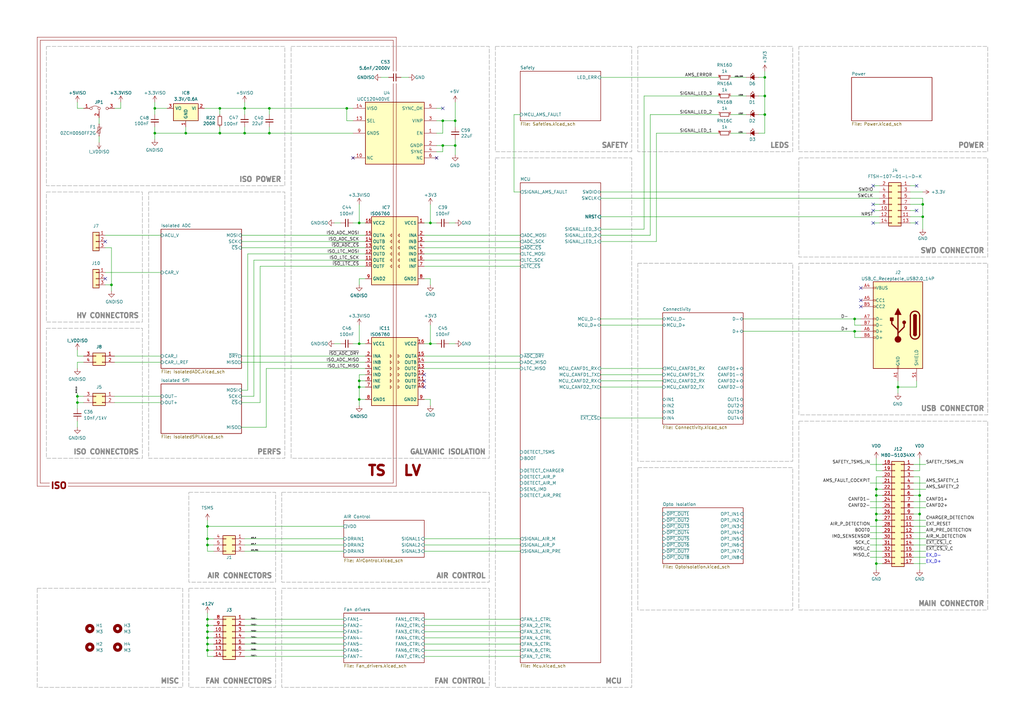
<source format=kicad_sch>
(kicad_sch (version 20231120) (generator "eeschema") (generator_version "8.0")
  (paper "A3")
  (title_block (title "PUTM_EV_BMS_HV_Master") (date "2021-01-26") (rev "1.0") (company "PUT Motorsport"))
  (junction (at 110.49 44.45))
  (junction (at 181.61 59.69))
  (junction (at 368.3 158.75))
  (junction (at 359.41 213.36))
  (junction (at 176.53 91.44))
  (junction (at 100.33 44.45))
  (junction (at 378.46 83.82))
  (junction (at 31.75 162.56))
  (junction (at 31.75 165.1))
  (junction (at 350.52 130.81))
  (junction (at 85.09 266.7))
  (junction (at 85.09 261.62))
  (junction (at 85.09 264.16))
  (junction (at 147.32 140.97))
  (junction (at 63.5 44.45))
  (junction (at 85.09 254))
  (junction (at 313.69 39.37))
  (junction (at 181.61 49.53))
  (junction (at 378.46 88.9))
  (junction (at 85.09 259.08))
  (junction (at 313.69 46.99))
  (junction (at 63.5 54.61))
  (junction (at 377.19 210.82))
  (junction (at 186.69 59.69))
  (junction (at 142.24 44.45))
  (junction (at 313.69 31.75))
  (junction (at 359.41 210.82))
  (junction (at 90.17 44.45))
  (junction (at 359.41 200.66))
  (junction (at 85.09 256.54))
  (junction (at 147.32 156.21))
  (junction (at 110.49 54.61))
  (junction (at 186.69 49.53))
  (junction (at 147.32 91.44))
  (junction (at 350.52 135.89))
  (junction (at 85.09 223.52))
  (junction (at 100.33 54.61))
  (junction (at 90.17 54.61))
  (junction (at 359.41 231.14))
  (junction (at 76.2 54.61))
  (junction (at 377.19 203.2))
  (junction (at 176.53 140.97))
  (junction (at 85.09 220.98))
  (junction (at 147.32 158.75))
  (junction (at 147.32 163.83))
  (junction (at 45.72 116.84))
  (junction (at 359.41 203.2))
  (junction (at 85.09 215.9))
  (no_connect (at 353.06 125.73))
  (no_connect (at 43.18 114.3))
  (no_connect (at 144.78 64.77))
  (no_connect (at 43.18 99.06))
  (no_connect (at 358.14 91.44))
  (no_connect (at 173.99 153.67))
  (no_connect (at 173.99 158.75))
  (no_connect (at 358.14 83.82))
  (no_connect (at 181.61 44.45))
  (no_connect (at 173.99 156.21))
  (no_connect (at 375.92 76.2))
  (no_connect (at 375.92 91.44))
  (no_connect (at 353.06 123.19))
  (no_connect (at 375.92 86.36))
  (no_connect (at 358.14 76.2))
  (no_connect (at 179.07 64.77))
  (no_connect (at 358.14 86.36))
  (no_connect (at 353.06 118.11))
  (wire (pts (xy 173.99 261.62) (xy 213.36 261.62)))
  (wire (pts (xy 99.06 99.06) (xy 149.86 99.06)))
  (wire (pts (xy 269.24 54.61) (xy 294.64 54.61)))
  (wire (pts (xy 374.65 226.06) (xy 379.73 226.06)))
  (wire (pts (xy 181.61 44.45) (xy 179.07 44.45)))
  (wire (pts (xy 176.53 114.3) (xy 176.53 116.84)))
  (wire (pts (xy 246.38 130.81) (xy 271.78 130.81)))
  (wire (pts (xy 85.09 269.24) (xy 87.63 269.24)))
  (wire (pts (xy 31.75 161.29) (xy 31.75 162.56)))
  (wire (pts (xy 147.32 163.83) (xy 147.32 166.37)))
  (wire (pts (xy 378.46 88.9) (xy 378.46 93.98)))
  (wire (pts (xy 246.38 81.28) (xy 360.68 81.28)))
  (wire (pts (xy 378.46 83.82) (xy 373.38 83.82)))
  (wire (pts (xy 85.09 259.08) (xy 87.63 259.08)))
  (wire (pts (xy 311.15 46.99) (xy 313.69 46.99)))
  (wire (pts (xy 374.65 203.2) (xy 377.19 203.2)))
  (wire (pts (xy 173.99 109.22) (xy 213.36 109.22)))
  (wire (pts (xy 374.65 198.12) (xy 379.73 198.12)))
  (wire (pts (xy 368.3 156.21) (xy 368.3 158.75)))
  (wire (pts (xy 34.29 44.45) (xy 31.75 44.45)))
  (wire (pts (xy 90.17 52.07) (xy 90.17 54.61)))
  (wire (pts (xy 147.32 83.82) (xy 147.32 91.44)))
  (wire (pts (xy 144.78 140.97) (xy 147.32 140.97)))
  (wire (pts (xy 85.09 223.52) (xy 85.09 226.06)))
  (wire (pts (xy 173.99 101.6) (xy 213.36 101.6)))
  (wire (pts (xy 356.87 228.6) (xy 361.95 228.6)))
  (wire (pts (xy 109.22 175.26) (xy 109.22 151.13)))
  (wire (pts (xy 246.38 93.98) (xy 264.16 93.98)))
  (wire (pts (xy 31.75 165.1) (xy 31.75 167.64)))
  (wire (pts (xy 179.07 54.61) (xy 181.61 54.61)))
  (wire (pts (xy 85.09 269.24) (xy 85.09 266.7)))
  (wire (pts (xy 266.7 46.99) (xy 294.64 46.99)))
  (wire (pts (xy 173.99 256.54) (xy 213.36 256.54)))
  (wire (pts (xy 359.41 195.58) (xy 359.41 200.66)))
  (polyline (pts (xy 15.24 199.39) (xy 15.24 15.24)) (stroke (width 0) (color 132 0 0 1)))
  (wire (pts (xy 173.99 259.08) (xy 213.36 259.08)))
  (polyline (pts (xy 27.94 199.39) (xy 162.56 199.39)) (stroke (width 0) (color 132 0 0 1)))
  (wire (pts (xy 173.99 96.52) (xy 213.36 96.52)))
  (wire (pts (xy 378.46 81.28) (xy 378.46 83.82)))
  (wire (pts (xy 31.75 172.72) (xy 31.75 175.26)))
  (wire (pts (xy 356.87 220.98) (xy 361.95 220.98)))
  (wire (pts (xy 246.38 31.75) (xy 294.64 31.75)))
  (wire (pts (xy 186.69 59.69) (xy 186.69 57.15)))
  (polyline (pts (xy 16.51 16.51) (xy 161.29 16.51)) (stroke (width 0) (color 132 0 0 1)))
  (wire (pts (xy 85.09 215.9) (xy 140.97 215.9)))
  (polyline (pts (xy 162.56 166.37) (xy 162.56 199.39)) (stroke (width 0) (color 132 0 0 1)))
  (wire (pts (xy 85.09 256.54) (xy 87.63 256.54)))
  (wire (pts (xy 246.38 133.35) (xy 271.78 133.35)))
  (wire (pts (xy 359.41 200.66) (xy 359.41 203.2)))
  (wire (pts (xy 110.49 44.45) (xy 110.49 46.99)))
  (wire (pts (xy 311.15 31.75) (xy 313.69 31.75)))
  (wire (pts (xy 353.06 130.81) (xy 350.52 130.81)))
  (wire (pts (xy 173.99 266.7) (xy 213.36 266.7)))
  (wire (pts (xy 246.38 151.13) (xy 271.78 151.13)))
  (wire (pts (xy 85.09 264.16) (xy 87.63 264.16)))
  (wire (pts (xy 359.41 231.14) (xy 359.41 233.68)))
  (wire (pts (xy 87.63 220.98) (xy 85.09 220.98)))
  (wire (pts (xy 99.06 96.52) (xy 149.86 96.52)))
  (wire (pts (xy 246.38 78.74) (xy 360.68 78.74)))
  (wire (pts (xy 359.41 210.82) (xy 361.95 210.82)))
  (wire (pts (xy 99.06 101.6) (xy 149.86 101.6)))
  (wire (pts (xy 246.38 171.45) (xy 271.78 171.45)))
  (wire (pts (xy 374.65 218.44) (xy 379.73 218.44)))
  (wire (pts (xy 173.99 99.06) (xy 213.36 99.06)))
  (wire (pts (xy 31.75 148.59) (xy 31.75 151.13)))
  (wire (pts (xy 311.15 39.37) (xy 313.69 39.37)))
  (wire (pts (xy 361.95 200.66) (xy 359.41 200.66)))
  (wire (pts (xy 353.06 138.43) (xy 350.52 138.43)))
  (wire (pts (xy 378.46 78.74) (xy 373.38 78.74)))
  (wire (pts (xy 106.68 165.1) (xy 99.06 165.1)))
  (wire (pts (xy 100.33 54.61) (xy 90.17 54.61)))
  (wire (pts (xy 264.16 39.37) (xy 294.64 39.37)))
  (wire (pts (xy 49.53 41.91) (xy 49.53 44.45)))
  (wire (pts (xy 85.09 215.9) (xy 85.09 220.98)))
  (wire (pts (xy 85.09 213.36) (xy 85.09 215.9)))
  (polyline (pts (xy 161.29 67.31) (xy 161.29 88.9)) (stroke (width 0) (color 132 0 0 1)))
  (wire (pts (xy 85.09 256.54) (xy 85.09 254)))
  (wire (pts (xy 147.32 156.21) (xy 147.32 158.75)))
  (wire (pts (xy 356.87 218.44) (xy 361.95 218.44)))
  (wire (pts (xy 100.33 44.45) (xy 100.33 46.99)))
  (wire (pts (xy 210.82 78.74) (xy 210.82 46.99)))
  (wire (pts (xy 173.99 104.14) (xy 213.36 104.14)))
  (polyline (pts (xy 162.56 67.31) (xy 162.56 88.9)) (stroke (width 0) (color 132 0 0 1)))
  (wire (pts (xy 147.32 153.67) (xy 147.32 156.21)))
  (wire (pts (xy 359.41 213.36) (xy 361.95 213.36)))
  (wire (pts (xy 100.33 223.52) (xy 140.97 223.52)))
  (wire (pts (xy 173.99 163.83) (xy 176.53 163.83)))
  (wire (pts (xy 350.52 133.35) (xy 350.52 130.81)))
  (wire (pts (xy 356.87 226.06) (xy 361.95 226.06)))
  (wire (pts (xy 104.14 162.56) (xy 99.06 162.56)))
  (wire (pts (xy 176.53 83.82) (xy 176.53 91.44)))
  (wire (pts (xy 140.97 266.7) (xy 100.33 266.7)))
  (wire (pts (xy 159.385 31.75) (xy 156.21 31.75)))
  (wire (pts (xy 375.92 158.75) (xy 368.3 158.75)))
  (wire (pts (xy 374.65 220.98) (xy 379.73 220.98)))
  (wire (pts (xy 377.19 210.82) (xy 374.65 210.82)))
  (wire (pts (xy 210.82 46.99) (xy 213.36 46.99)))
  (wire (pts (xy 375.92 91.44) (xy 373.38 91.44)))
  (wire (pts (xy 356.87 208.28) (xy 361.95 208.28)))
  (polyline (pts (xy 162.56 116.84) (xy 162.56 138.43)) (stroke (width 0) (color 132 0 0 1)))
  (polyline (pts (xy 161.29 166.37) (xy 161.29 198.12)) (stroke (width 0) (color 132 0 0 1)))
  (wire (pts (xy 173.99 220.98) (xy 213.36 220.98)))
  (wire (pts (xy 359.41 195.58) (xy 361.95 195.58)))
  (wire (pts (xy 374.65 190.5) (xy 379.73 190.5)))
  (wire (pts (xy 137.16 91.44) (xy 139.7 91.44)))
  (wire (pts (xy 179.07 91.44) (xy 176.53 91.44)))
  (wire (pts (xy 373.38 81.28) (xy 378.46 81.28)))
  (wire (pts (xy 186.69 140.97) (xy 184.15 140.97)))
  (wire (pts (xy 85.09 266.7) (xy 87.63 266.7)))
  (wire (pts (xy 87.63 223.52) (xy 85.09 223.52)))
  (wire (pts (xy 186.69 49.53) (xy 181.61 49.53)))
  (wire (pts (xy 100.33 226.06) (xy 140.97 226.06)))
  (wire (pts (xy 147.32 114.3) (xy 147.32 116.84)))
  (wire (pts (xy 101.6 104.14) (xy 101.6 160.02)))
  (wire (pts (xy 140.97 264.16) (xy 100.33 264.16)))
  (wire (pts (xy 43.18 111.76) (xy 66.04 111.76)))
  (wire (pts (xy 109.22 151.13) (xy 149.86 151.13)))
  (wire (pts (xy 374.65 205.74) (xy 379.73 205.74)))
  (wire (pts (xy 85.09 254) (xy 87.63 254)))
  (wire (pts (xy 299.72 31.75) (xy 306.07 31.75)))
  (wire (pts (xy 350.52 138.43) (xy 350.52 135.89)))
  (wire (pts (xy 173.99 151.13) (xy 213.36 151.13)))
  (wire (pts (xy 173.99 106.68) (xy 213.36 106.68)))
  (wire (pts (xy 149.86 153.67) (xy 147.32 153.67)))
  (wire (pts (xy 90.17 44.45) (xy 90.17 46.99)))
  (wire (pts (xy 186.69 41.91) (xy 186.69 49.53)))
  (wire (pts (xy 374.65 223.52) (xy 379.73 223.52)))
  (wire (pts (xy 45.72 101.6) (xy 43.18 101.6)))
  (wire (pts (xy 266.7 96.52) (xy 266.7 46.99)))
  (wire (pts (xy 181.61 62.23) (xy 181.61 59.69)))
  (wire (pts (xy 110.49 44.45) (xy 100.33 44.45)))
  (wire (pts (xy 378.46 83.82) (xy 378.46 88.9)))
  (wire (pts (xy 90.17 44.45) (xy 83.82 44.45)))
  (wire (pts (xy 63.5 46.99) (xy 63.5 44.45)))
  (wire (pts (xy 85.09 261.62) (xy 85.09 264.16)))
  (wire (pts (xy 142.24 44.45) (xy 144.78 44.45)))
  (wire (pts (xy 173.99 223.52) (xy 213.36 223.52)))
  (wire (pts (xy 360.68 91.44) (xy 358.14 91.44)))
  (wire (pts (xy 181.61 54.61) (xy 181.61 49.53)))
  (polyline (pts (xy 161.29 16.51) (xy 161.29 29.21)) (stroke (width 0) (color 132 0 0 1)))
  (wire (pts (xy 186.69 59.69) (xy 186.69 63.5)))
  (wire (pts (xy 85.09 220.98) (xy 85.09 223.52)))
  (wire (pts (xy 110.49 54.61) (xy 100.33 54.61)))
  (wire (pts (xy 140.97 269.24) (xy 100.33 269.24)))
  (wire (pts (xy 85.09 251.46) (xy 85.09 254)))
  (wire (pts (xy 246.38 153.67) (xy 271.78 153.67)))
  (wire (pts (xy 140.97 256.54) (xy 100.33 256.54)))
  (wire (pts (xy 147.32 133.35) (xy 147.32 140.97)))
  (wire (pts (xy 179.07 62.23) (xy 181.61 62.23)))
  (wire (pts (xy 377.19 195.58) (xy 377.19 203.2)))
  (wire (pts (xy 375.92 76.2) (xy 373.38 76.2)))
  (wire (pts (xy 213.36 226.06) (xy 173.99 226.06)))
  (wire (pts (xy 144.78 49.53) (xy 142.24 49.53)))
  (wire (pts (xy 40.64 55.88) (xy 40.64 58.42)))
  (wire (pts (xy 356.87 190.5) (xy 361.95 190.5)))
  (wire (pts (xy 359.41 210.82) (xy 359.41 213.36)))
  (wire (pts (xy 359.41 213.36) (xy 359.41 231.14)))
  (wire (pts (xy 246.38 99.06) (xy 269.24 99.06)))
  (wire (pts (xy 356.87 205.74) (xy 361.95 205.74)))
  (wire (pts (xy 46.99 44.45) (xy 49.53 44.45)))
  (wire (pts (xy 66.04 146.05) (xy 46.99 146.05)))
  (wire (pts (xy 313.69 46.99) (xy 313.69 54.61)))
  (wire (pts (xy 100.33 220.98) (xy 140.97 220.98)))
  (wire (pts (xy 140.97 259.08) (xy 100.33 259.08)))
  (wire (pts (xy 179.07 140.97) (xy 176.53 140.97)))
  (wire (pts (xy 110.49 44.45) (xy 142.24 44.45)))
  (wire (pts (xy 85.09 259.08) (xy 85.09 261.62)))
  (wire (pts (xy 173.99 148.59) (xy 213.36 148.59)))
  (wire (pts (xy 90.17 54.61) (xy 76.2 54.61)))
  (polyline (pts (xy 16.51 198.12) (xy 16.51 16.51)) (stroke (width 0) (color 132 0 0 1)))
  (wire (pts (xy 140.97 261.62) (xy 100.33 261.62)))
  (wire (pts (xy 173.99 264.16) (xy 213.36 264.16)))
  (wire (pts (xy 110.49 54.61) (xy 144.78 54.61)))
  (wire (pts (xy 45.72 101.6) (xy 45.72 116.84)))
  (wire (pts (xy 304.8 130.81) (xy 350.52 130.81)))
  (wire (pts (xy 176.53 133.35) (xy 176.53 140.97)))
  (wire (pts (xy 63.5 54.61) (xy 63.5 57.15)))
  (wire (pts (xy 375.92 156.21) (xy 375.92 158.75)))
  (wire (pts (xy 144.78 91.44) (xy 147.32 91.44)))
  (wire (pts (xy 173.99 254) (xy 213.36 254)))
  (wire (pts (xy 356.87 198.12) (xy 361.95 198.12)))
  (wire (pts (xy 311.15 54.61) (xy 313.69 54.61)))
  (wire (pts (xy 31.75 143.51) (xy 31.75 146.05)))
  (wire (pts (xy 147.32 158.75) (xy 147.32 163.83)))
  (polyline (pts (xy 16.51 198.12) (xy 20.32 198.12)) (stroke (width 0) (color 132 0 0 1)))
  (wire (pts (xy 353.06 135.89) (xy 350.52 135.89)))
  (wire (pts (xy 264.16 93.98) (xy 264.16 39.37)))
  (wire (pts (xy 173.99 269.24) (xy 213.36 269.24)))
  (wire (pts (xy 375.92 86.36) (xy 373.38 86.36)))
  (wire (pts (xy 359.41 193.04) (xy 361.95 193.04)))
  (wire (pts (xy 140.97 254) (xy 100.33 254)))
  (wire (pts (xy 304.8 135.89) (xy 350.52 135.89)))
  (wire (pts (xy 173.99 114.3) (xy 176.53 114.3)))
  (wire (pts (xy 176.53 163.83) (xy 176.53 166.37)))
  (wire (pts (xy 100.33 44.45) (xy 90.17 44.45)))
  (polyline (pts (xy 162.56 34.29) (xy 162.56 41.91)) (stroke (width 0) (color 132 0 0 1)))
  (wire (pts (xy 100.33 41.91) (xy 100.33 44.45)))
  (wire (pts (xy 374.65 208.28) (xy 379.73 208.28)))
  (wire (pts (xy 149.86 106.68) (xy 104.14 106.68)))
  (wire (pts (xy 85.09 226.06) (xy 87.63 226.06)))
  (wire (pts (xy 40.64 50.8) (xy 40.64 48.26)))
  (wire (pts (xy 313.69 39.37) (xy 313.69 46.99)))
  (wire (pts (xy 306.07 39.37) (xy 299.72 39.37)))
  (wire (pts (xy 147.32 156.21) (xy 149.86 156.21)))
  (wire (pts (xy 85.09 264.16) (xy 85.09 266.7)))
  (wire (pts (xy 99.06 175.26) (xy 109.22 175.26)))
  (wire (pts (xy 176.53 140.97) (xy 173.99 140.97)))
  (wire (pts (xy 85.09 259.08) (xy 85.09 256.54)))
  (wire (pts (xy 31.75 146.05) (xy 34.29 146.05)))
  (wire (pts (xy 43.18 96.52) (xy 66.04 96.52)))
  (wire (pts (xy 173.99 146.05) (xy 213.36 146.05)))
  (wire (pts (xy 99.06 148.59) (xy 149.86 148.59)))
  (wire (pts (xy 76.2 54.61) (xy 63.5 54.61)))
  (wire (pts (xy 149.86 114.3) (xy 147.32 114.3)))
  (wire (pts (xy 66.04 165.1) (xy 46.99 165.1)))
  (wire (pts (xy 104.14 106.68) (xy 104.14 162.56)))
  (polyline (pts (xy 162.56 15.24) (xy 162.56 29.21)) (stroke (width 0) (color 132 0 0 1)))
  (wire (pts (xy 374.65 213.36) (xy 379.73 213.36)))
  (polyline (pts (xy 161.29 116.84) (xy 161.29 138.43)) (stroke (width 0) (color 132 0 0 1)))
  (wire (pts (xy 149.86 163.83) (xy 147.32 163.83)))
  (wire (pts (xy 142.24 49.53) (xy 142.24 44.45)))
  (wire (pts (xy 31.75 44.45) (xy 31.75 41.91)))
  (wire (pts (xy 31.75 162.56) (xy 31.75 165.1)))
  (wire (pts (xy 377.19 187.96) (xy 377.19 193.04)))
  (wire (pts (xy 147.32 140.97) (xy 149.86 140.97)))
  (wire (pts (xy 99.06 160.02) (xy 101.6 160.02)))
  (polyline (pts (xy 15.24 199.39) (xy 20.32 199.39)) (stroke (width 0) (color 132 0 0 1)))
  (wire (pts (xy 373.38 88.9) (xy 378.46 88.9)))
  (wire (pts (xy 181.61 49.53) (xy 179.07 49.53)))
  (wire (pts (xy 377.19 203.2) (xy 377.19 210.82)))
  (wire (pts (xy 356.87 223.52) (xy 361.95 223.52)))
  (wire (pts (xy 377.19 233.68) (xy 377.19 210.82)))
  (wire (pts (xy 356.87 215.9) (xy 361.95 215.9)))
  (polyline (pts (xy 15.24 15.24) (xy 162.56 15.24)) (stroke (width 0) (color 132 0 0 1)))
  (wire (pts (xy 110.49 52.07) (xy 110.49 54.61)))
  (wire (pts (xy 167.64 31.75) (xy 164.465 31.75)))
  (wire (pts (xy 186.69 49.53) (xy 186.69 52.07)))
  (wire (pts (xy 31.75 162.56) (xy 34.29 162.56)))
  (wire (pts (xy 359.41 203.2) (xy 359.41 210.82)))
  (wire (pts (xy 181.61 59.69) (xy 179.07 59.69)))
  (wire (pts (xy 106.68 109.22) (xy 106.68 165.1)))
  (wire (pts (xy 374.65 200.66) (xy 379.73 200.66)))
  (wire (pts (xy 313.69 29.21) (xy 313.69 31.75)))
  (wire (pts (xy 374.65 195.58) (xy 377.19 195.58)))
  (wire (pts (xy 374.65 231.14) (xy 379.73 231.14)))
  (wire (pts (xy 176.53 91.44) (xy 173.99 91.44)))
  (wire (pts (xy 360.68 83.82) (xy 358.14 83.82)))
  (wire (pts (xy 85.09 261.62) (xy 87.63 261.62)))
  (wire (pts (xy 246.38 156.21) (xy 271.78 156.21)))
  (wire (pts (xy 68.58 44.45) (xy 63.5 44.45)))
  (wire (pts (xy 186.69 59.69) (xy 181.61 59.69)))
  (wire (pts (xy 306.07 54.61) (xy 299.72 54.61)))
  (wire (pts (xy 99.06 146.05) (xy 149.86 146.05)))
  (wire (pts (xy 353.06 133.35) (xy 350.52 133.35)))
  (wire (pts (xy 147.32 158.75) (xy 149.86 158.75)))
  (wire (pts (xy 306.07 46.99) (xy 299.72 46.99)))
  (wire (pts (xy 63.5 41.91) (xy 63.5 44.45)))
  (wire (pts (xy 43.18 116.84) (xy 45.72 116.84)))
  (wire (pts (xy 66.04 162.56) (xy 46.99 162.56)))
  (wire (pts (xy 359.41 187.96) (xy 359.41 193.04)))
  (polyline (pts (xy 27.94 198.12) (xy 161.29 198.12)) (stroke (width 0) (color 132 0 0 1)))
  (wire (pts (xy 374.65 215.9) (xy 379.73 215.9)))
  (wire (pts (xy 101.6 104.14) (xy 149.86 104.14)))
  (wire (pts (xy 246.38 96.52) (xy 266.7 96.52)))
  (wire (pts (xy 137.16 140.97) (xy 139.7 140.97)))
  (wire (pts (xy 186.69 91.44) (xy 184.15 91.44)))
  (wire (pts (xy 359.41 203.2) (xy 361.95 203.2)))
  (wire (pts (xy 359.41 231.14) (xy 361.95 231.14)))
  (wire (pts (xy 368.3 158.75) (xy 368.3 161.29)))
  (polyline (pts (xy 161.29 34.29) (xy 161.29 41.91)) (stroke (width 0) (color 132 0 0 1)))
  (wire (pts (xy 213.36 78.74) (xy 210.82 78.74)))
  (wire (pts (xy 246.38 88.9) (xy 360.68 88.9)))
  (wire (pts (xy 149.86 109.22) (xy 106.68 109.22)))
  (wire (pts (xy 360.68 86.36) (xy 358.14 86.36)))
  (wire (pts (xy 45.72 116.84) (xy 45.72 119.38)))
  (wire (pts (xy 269.24 99.06) (xy 269.24 54.61)))
  (wire (pts (xy 313.69 31.75) (xy 313.69 39.37)))
  (wire (pts (xy 246.38 158.75) (xy 271.78 158.75)))
  (wire (pts (xy 100.33 52.07) (xy 100.33 54.61)))
  (wire (pts (xy 377.19 193.04) (xy 374.65 193.04)))
  (wire (pts (xy 34.29 165.1) (xy 31.75 165.1)))
  (wire (pts (xy 34.29 148.59) (xy 31.75 148.59)))
  (wire (pts (xy 147.32 91.44) (xy 149.86 91.44)))
  (wire (pts (xy 66.04 148.59) (xy 46.99 148.59)))
  (wire (pts (xy 360.68 76.2) (xy 358.14 76.2)))
  (wire (pts (xy 76.2 52.07) (xy 76.2 54.61)))
  (wire (pts (xy 374.65 228.6) (xy 379.73 228.6)))
  (wire (pts (xy 63.5 52.07) (xy 63.5 54.61)))
  (rectangle (start 115.57 241.3) (end 200.66 281.94) (stroke (width 0) (type dash) (color 132 132 132 1)))
  (rectangle (start 19.05 78.74) (end 58.42 132.08) (stroke (width 0) (type dash) (color 132 132 132 1)))
  (rectangle (start 19.05 19.05) (end 116.84 76.2) (stroke (width 0) (type dash) (color 132 132 132 1)))
  (rectangle (start 261.62 19.05) (end 325.12 62.23) (stroke (width 0) (type dash) (color 132 132 132 1)))
  (rectangle (start 327.66 107.95) (end 405.13 170.18) (stroke (width 0) (type dash) (color 132 132 132 1)))
  (rectangle (start 115.57 201.93) (end 200.66 238.76) (stroke (width 0) (type dash) (color 132 132 132 1)))
  (rectangle (start 327.66 64.77) (end 405.13 105.41) (stroke (width 0) (type dash) (color 132 132 132 1)))
  (rectangle (start 77.47 241.3) (end 113.03 281.94) (stroke (width 0) (type dash) (color 132 132 132 1)))
  (rectangle (start 77.47 201.93) (end 113.03 238.76) (stroke (width 0) (type dash) (color 132 132 132 1)))
  (rectangle (start 60.96 78.74) (end 116.84 187.96) (stroke (width 0) (type dash) (color 132 132 132 1)))
  (rectangle (start 19.05 134.62) (end 58.42 187.96) (stroke (width 0) (type dash) (color 132 132 132 1)))
  (rectangle (start 15.24 241.3) (end 74.93 281.94) (stroke (width 0) (type dash) (color 132 132 132 1)))
  (rectangle (start 119.38 19.05) (end 200.66 187.96) (stroke (width 0) (type dash) (color 132 132 132 1)))
  (rectangle (start 203.2 19.05) (end 259.08 62.23) (stroke (width 0) (type dash) (color 132 132 132 1)))
  (rectangle (start 203.2 64.77) (end 259.08 281.94) (stroke (width 0) (type dash) (color 132 132 132 1)))
  (rectangle (start 261.62 107.95) (end 325.12 189.23) (stroke (width 0) (type dash) (color 132 132 132 1)))
  (rectangle (start 261.62 191.77) (end 325.12 250.19) (stroke (width 0) (type dash) (color 132 132 132 1)))
  (rectangle (start 327.66 172.72) (end 405.13 250.19) (stroke (width 0) (type dash) (color 132 132 132 1)))
  (rectangle (start 327.66 19.05) (end 405.13 62.23) (stroke (width 0) (type dash) (color 132 132 132 1)))
  (text "EX_D-" (at 379.73 228.6 0) (effects (font (size 1.27 1.27)) (justify left bottom)))
  (text "TS" (at 158.75 195.58 0) (effects (font (size 4.064 4.064) (thickness 1) (bold yes)) (justify right bottom)))
  (text "GALVANIC ISOLATION" (at 199.39 186.69 0) (effects (font (size 2.032 2.032) (thickness 1) (bold yes)) (justify right bottom)))
  (text "FAN CONNECTORS" (at 111.76 280.67 0) (effects (font (size 2.032 2.032) (thickness 1) (bold yes)) (justify right bottom)))
  (text "MAIN CONNECTOR" (at 403.86 248.92 0) (effects (font (size 2.032 2.032) (thickness 1) (bold yes)) (justify right bottom)))
  (text "SAFETY" (at 257.81 60.96 0) (effects (font (size 2.032 2.032) (thickness 1) (bold yes)) (justify right bottom)))
  (text "LV" (at 165.1 195.58 0) (effects (font (size 4.064 4.064) (thickness 1) (bold yes)) (justify left bottom)))
  (text "MCU" (at 255.27 280.67 0) (effects (font (size 2.032 2.032) (thickness 1) (bold yes)) (justify right bottom)))
  (text "AIR CONNECTORS" (at 111.76 237.49 0) (effects (font (size 2.032 2.032) (thickness 1) (bold yes)) (justify right bottom)))
  (text "FAN CONTROL" (at 199.39 280.67 0) (effects (font (size 2.032 2.032) (thickness 1) (bold yes)) (justify right bottom)))
  (text "LEDS" (at 323.85 60.96 0) (effects (font (size 2.032 2.032) (thickness 1) (bold yes)) (justify right bottom)))
  (text "HV CONNECTORS" (at 57.15 130.81 0) (effects (font (size 2.032 2.032) (thickness 1) (bold yes)) (justify right bottom)))
  (text "SWD CONNECTOR" (at 403.86 104.14 0) (effects (font (size 2.032 2.032) (thickness 1) (bold yes)) (justify right bottom)))
  (text "USB CONNECTOR" (at 403.86 168.91 0) (effects (font (size 2.032 2.032) (thickness 1) (bold yes)) (justify right bottom)))
  (text "MISC" (at 73.66 280.67 0) (effects (font (size 2.032 2.032) (thickness 1) (bold yes)) (justify right bottom)))
  (text "ISO" (at 24.13 199.39 0) (effects (font (size 2.54 2.54) (thickness 1) (bold yes))))
  (text "AIR CONTROL" (at 199.39 237.49 0) (effects (font (size 2.032 2.032) (thickness 1) (bold yes)) (justify right bottom)))
  (text "ISO CONNECTORS" (at 57.15 186.69 0) (effects (font (size 2.032 2.032) (thickness 1) (bold yes)) (justify right bottom)))
  (text "ISO POWER" (at 115.57 74.93 0) (effects (font (size 2.032 2.032) (thickness 1) (bold yes)) (justify right bottom)))
  (text "POWER" (at 403.86 60.96 0) (effects (font (size 2.032 2.032) (thickness 1) (bold yes)) (justify right bottom)))
  (text "PERFS" (at 115.57 186.69 0) (effects (font (size 2.032 2.032) (thickness 1) (bold yes)) (justify right bottom)))
  (text "EX_D+" (at 379.73 231.14 0) (effects (font (size 1.27 1.27)) (justify left bottom)))
  (label "EXT_RESET" (at 379.73 215.9 0))
  (label "SIGNAL_LED_3" (at 292.1 39.37 180))
  (label "ISO_LTC_SCK" (at 147.32 106.68 180))
  (label "BOOT0" (at 356.87 218.44 180))
  (label "AIR_PRE" (at 102.87 226.06 0) (effects (font (size 0.5 0.5))))
  (label "CANFD1-" (at 356.87 205.74 180))
  (label "ISO_ADC_MOSI" (at 147.32 96.52 180))
  (label "~{ISO_ADC_DRY}" (at 147.32 146.05 180))
  (label "ISO_LTC_MOSI" (at 147.32 104.14 180))
  (label "CHARGER_DETECTION" (at 379.73 213.36 0))
  (label "CANFD2+" (at 379.73 208.28 0))
  (label "AIR_M_DETECTION" (at 379.73 220.98 0))
  (label "LED2" (at 304.8 46.99 180) (effects (font (size 0.508 0.508))))
  (label "FAN3-" (at 102.8675 259.1593 0) (effects (font (size 0.5 0.5))))
  (label "SIGNAL_LED_1" (at 292.1 54.61 180))
  (label "FAN1-" (at 102.8675 254.0793 0) (effects (font (size 0.5 0.5))))
  (label "SHIELD" (at 31.75 161.29 90) (effects (font (size 0.508 0.508))))
  (label "LED1" (at 304.8 54.61 180) (effects (font (size 0.508 0.508))))
  (label "FAN6-" (at 102.8675 266.7793 0) (effects (font (size 0.5 0.5))))
  (label "FAN4-" (at 102.8675 261.6993 0) (effects (font (size 0.5 0.5))))
  (label "~{EXT_CS_I}_C" (at 379.73 223.52 0))
  (label "D-" (at 347.9467 130.81 180))
  (label "AMS_ERR" (at 304.8 31.75 180) (effects (font (size 0.508 0.508))))
  (label "AMS_FAULT_COCKPIT" (at 356.87 198.12 180))
  (label "SAFETY_TSMS_IN" (at 379.73 190.5 0))
  (label "SWCLK" (at 358.14 81.28 180))
  (label "~{ISO_LTC_CS}" (at 147.32 109.22 180))
  (label "AIR_P_DETECTION" (at 356.87 215.9 180))
  (label "ISO_LTC_MISO" (at 147.32 151.13 180))
  (label "AIR_P" (at 102.87 223.52 0) (effects (font (size 0.5 0.5))))
  (label "AMS_ERROR" (at 292.1 31.75 180))
  (label "AMS_SAFETY_1" (at 379.73 198.12 0))
  (label "AMS_SAFETY_2" (at 379.73 200.66 0))
  (label "SWDIO" (at 358.14 78.74 180))
  (label "LED3" (at 304.8 39.37 180) (effects (font (size 0.508 0.508))))
  (label "AIR_M" (at 102.87 220.98 0) (effects (font (size 0.5 0.5))))
  (label "SAFETY_TSMS_IN" (at 356.87 190.5 180))
  (label "CANFD2-" (at 356.87 208.28 180))
  (label "SCK_C" (at 356.87 223.52 180))
  (label "AIR_PRE_DETECTION" (at 379.73 218.44 0))
  (label "FAN5-" (at 102.8675 264.2393 0) (effects (font (size 0.5 0.5))))
  (label "~{ISO_ADC_CS}" (at 147.32 101.6 180))
  (label "MOSI_C" (at 356.87 226.06 180))
  (label "FAN2-" (at 102.8675 256.6193 0) (effects (font (size 0.5 0.5))))
  (label "D+" (at 347.98 135.89 180))
  (label "FAN7-" (at 102.8675 269.3193 0) (effects (font (size 0.5 0.5))))
  (label "ISO_ADC_SCK" (at 147.32 99.06 180))
  (label "~{EXT_CS_V}_C" (at 379.73 226.06 0))
  (label "IMD_SENSENSOR" (at 356.87 220.98 180))
  (label "SIGNAL_LED_2" (at 292.1 46.99 180))
  (label "MISO_C" (at 356.87 228.6 180))
  (label "ISO_ADC_MISO" (at 147.32 148.59 180))
  (label "NRST" (at 358.14 88.9 180))
  (label "CANFD1+" (at 379.73 205.74 0))
  (symbol (lib_id "Samacsys_kicad_sym:M80-51004XX") (at 40.64 147.32 0) (mirror y) (unit 1)
    (property "Reference" "J8" (at 40.64 142.24 0))
    (property "Value" "M80-51004XX" (effects (hide yes)))
    (property "Footprint" "Samacsys:M80-51004YY" (effects (hide yes)))
    (property "Datasheet" "https://cdn.harwin.com/pdfs/M80-510.pdf" (effects (hide yes)))
    (property "Description" "4 Male DIL Vertical Throughboard Conn. Jackscrews, 2.00mm Pitch High-Reliability Connector - Datamate J-Tek" (effects (hide yes)))
    (property "Mouser Part Number" "855-M80-5100442" (effects (hide yes)))
    (property "Mouser Price/Stock" "https://www.mouser.co.uk/ProductDetail/Harwin/M80-5100442?qs=wuXwK9wHm9vlrUDxU70C1Q%3D%3D" (effects (hide yes)))
    (property "Manufacturer_Name" "Harwin" (effects (hide yes)))
    (property "Manufacturer_Part_Number" "M80-5100442" (effects (hide yes)))
  )
  (symbol (lib_id "Samacsys_kicad_sym:M80-51004XX") (at 40.64 163.83 0) (mirror y) (unit 1)
    (property "Reference" "J5" (at 40.64 158.75 0))
    (property "Value" "M80-51004XX" (effects (hide yes)))
    (property "Footprint" "Samacsys:M80-51004YY" (effects (hide yes)))
    (property "Datasheet" "https://cdn.harwin.com/pdfs/M80-510.pdf" (effects (hide yes)))
    (property "Description" "4 Male DIL Vertical Throughboard Conn. Jackscrews, 2.00mm Pitch High-Reliability Connector - Datamate J-Tek" (effects (hide yes)))
    (property "Mouser Part Number" "855-M80-5100442" (effects (hide yes)))
    (property "Mouser Price/Stock" "https://www.mouser.co.uk/ProductDetail/Harwin/M80-5100442?qs=wuXwK9wHm9vlrUDxU70C1Q%3D%3D" (effects (hide yes)))
    (property "Manufacturer_Name" "Harwin" (effects (hide yes)))
    (property "Manufacturer_Part_Number" "M80-5100442" (effects (hide yes)))
  )
  (symbol (lib_id "Device:R_Small") (at 90.17 49.53 0) (mirror x) (unit 1)
    (property "Reference" "R22" (at 88.392 48.3616 0) (effects (justify right)))
    (property "Value" "200R" (at 88.392 50.673 0) (effects (justify right)))
    (property "Footprint" "Resistor_SMD:R_0603_1608Metric" (effects (hide yes)))
    (property "Manufacturer_Name" "--" (effects (hide yes)))
    (property "Manufacturer_Part_Number" "--" (effects (hide yes)))
  )
  (symbol (lib_id "power:VDD") (at 359.41 187.96 0) (unit 1)
    (property "Reference" "#PWR018" (effects (hide yes)))
    (property "Value" "VDD" (at 359.41 182.88 0))
  )
  (symbol (lib_name "GND_28") (lib_id "power:GND") (at 186.69 140.97 90) (mirror x) (unit 1)
    (property "Reference" "#PWR0136" (effects (hide yes)))
    (property "Value" "GND" (at 189.23 140.97 90) (effects (justify right)))
  )
  (symbol (lib_id "AP7365-33YRG-13:AP7365-33YRG-13") (at 76.2 45.72 0) (mirror y) (unit 1)
    (property "Reference" "IC8" (at 76.2 38.1 0))
    (property "Value" "3.3V/0.6A" (at 76.2 40.64 0))
    (property "Footprint" "Package_TO_SOT_SMD:SOT-89-3" (effects (hide yes)))
    (property "Datasheet" "https://componentsearchengine.com//AP7365-33YRG-13.pdf" (effects (hide yes)))
    (property "Description" "LDO Voltage Regulators LDO 3.3V OUT 600mA 35uA 2 to 6 Vin" (effects (hide yes)))
    (property "Height" "1.6" (effects (hide yes)))
    (property "Mouser Part Number" "621-AP7365-33YRG-13" (effects (hide yes)))
    (property "Mouser Price/Stock" "https://www.mouser.co.uk/ProductDetail/Diodes-Incorporated/AP7365-33YRG-13?qs=abZ1nkZpTuM6iU77d8ddPA%3D%3D" (effects (hide yes)))
    (property "Manufacturer_Name" "Diodes Inc." (effects (hide yes)))
    (property "Manufacturer_Part_Number" "AP7365-33YRG-13" (effects (hide yes)))
  )
  (symbol (lib_name "+3.3V_11") (lib_id "power:+3.3V") (at 63.5 41.91 0) (mirror y) (unit 1)
    (property "Reference" "#PWR0121" (effects (hide yes)))
    (property "Value" "+3.3VISO" (at 63.5 38.1 0))
  )
  (symbol (lib_name "GND_31") (lib_id "power:GND") (at 31.75 175.26 0) (mirror y) (unit 1)
    (property "Reference" "#PWR0127" (effects (hide yes)))
    (property "Value" "GNDISO" (at 31.623 179.6542 0))
  )
  (symbol (lib_id "Device:C_Small") (at 186.69 54.61 0) (unit 1)
    (property "Reference" "C59" (at 189.0268 53.4416 0) (effects (justify left)))
    (property "Value" "22uF" (at 189.0268 55.753 0) (effects (justify left)))
    (property "Footprint" "Capacitor_SMD:C_0805_2012Metric" (effects (hide yes)))
    (property "Manufacturer_Name" "--" (effects (hide yes)))
    (property "Manufacturer_Part_Number" "--" (effects (hide yes)))
  )
  (symbol (lib_name "+3.3V_2") (lib_id "power:+3.3V") (at 147.32 133.35 0) (unit 1)
    (property "Reference" "#PWR0133" (effects (hide yes)))
    (property "Value" "+3.3VISO" (at 147.32 129.54 0))
  )
  (symbol (lib_name "GND_23") (lib_id "power:GND") (at 186.69 63.5 0) (mirror y) (unit 1)
    (property "Reference" "#PWR072" (effects (hide yes)))
    (property "Value" "GND" (at 186.563 67.8942 0))
  )
  (symbol (lib_id "power:+5V") (at 186.69 41.91 0) (mirror y) (unit 1)
    (property "Reference" "#PWR057" (effects (hide yes)))
    (property "Value" "+5V" (at 186.309 37.5158 0))
  )
  (symbol (lib_name "GND_31") (lib_id "power:GND") (at 31.75 151.13 0) (mirror y) (unit 1)
    (property "Reference" "#PWR089" (effects (hide yes)))
    (property "Value" "GNDISO" (at 31.623 155.5242 0))
  )
  (symbol (lib_name "GND_22") (lib_id "power:GND") (at 63.5 57.15 0) (mirror y) (unit 1)
    (property "Reference" "#PWR0122" (effects (hide yes)))
    (property "Value" "GNDISO" (at 63.373 61.5442 0))
  )
  (symbol (lib_id "c2824c562jggacauto:C2824C562JGGACAUTO") (at 31.75 170.18 270) (mirror x) (unit 1)
    (property "Reference" "C36" (at 34.29 168.91 90) (effects (justify left)))
    (property "Value" "10nF/1kV" (at 34.29 171.45 90) (effects (justify left)))
    (property "Footprint" "Capacitor_SMD:C_1206_3216Metric" (effects (hide yes)))
    (property "Datasheet" "https://content.kemet.com/datasheets/KEM_C1080_C0G_HV_AUTO_SMD.pdf" (effects (hide yes)))
    (property "Description" "SMD Auto C0G HV, Ceramic, 5600 pF, 5%, 2000 VDC, 2400 VDC, 125C, -55C, C0G, SMD, MLCC, Ultra-Stable, Low Loss, High Voltage, Automotive Grade, 0.1 % , 100 GOhms, 540 mg, 2824, 7.1mm, 6.1mm, 2.5mm, 1.27mm, 300, 78  Weeks, 120" (effects (hide yes)))
    (property "Mouser Part Number" "80-C2824C562JGGAUTO" (effects (hide yes)))
    (property "Mouser Price/Stock" "https://www.mouser.co.uk/ProductDetail/KEMET/C2824C562JGGACAUTO?qs=5aG0NVq1C4xKMWO6DzsxHA%3D%3D" (effects (hide yes)))
    (property "Manufacturer_Part_Number" "C2824C562JGGACAUTO" (effects (hide yes)))
  )
  (symbol (lib_name "GND_28") (lib_id "power:GND") (at 186.69 91.44 90) (mirror x) (unit 1)
    (property "Reference" "#PWR0137" (effects (hide yes)))
    (property "Value" "GND" (at 189.23 91.44 90) (effects (justify right)))
  )
  (symbol (lib_id "power:GND") (at 167.64 31.75 90) (mirror x) (unit 1)
    (property "Reference" "#PWR0101" (effects (hide yes)))
    (property "Value" "GND" (at 170.18 31.75 90) (effects (justify right)))
  )
  (symbol (lib_id "Samacsys_kicad_sym:M80-51014XX") (at 93.98 261.62 0) (mirror y) (unit 1)
    (property "Reference" "J3" (at 93.98 250.19 0))
    (property "Value" "M80-51014XX" (effects (hide yes)))
    (property "Footprint" "Samacsys:M80-51014YY" (effects (hide yes)))
    (property "Datasheet" "https://cdn.harwin.com/pdfs/M80-510.pdf" (effects (hide yes)))
    (property "Description" "Datamate J-Tek DIL Male Vertical 3mm Throughboard Connector, selective gold + tin/lead, with jackscrews + board mount, 7+7 contacts" (effects (hide yes)))
    (property "Mouser Part Number" "855-M80-5101422" (effects (hide yes)))
    (property "Mouser Price/Stock" "https://www.mouser.co.uk/ProductDetail/Harwin/M80-5101422?qs=fW6Py%2FssUEkbBr1pTdzojA%3D%3D" (effects (hide yes)))
    (property "Manufacturer_Name" "Harwin" (effects (hide yes)))
    (property "Manufacturer_Part_Number" "M80-5101422" (effects (hide yes)))
  )
  (symbol (lib_name "+3.3V_2") (lib_id "power:+3.3V") (at 40.64 58.42 0) (mirror x) (unit 1)
    (property "Reference" "#PWR0141" (effects (hide yes)))
    (property "Value" "I_VDDISO" (at 40.64 62.23 0))
  )
  (symbol (lib_name "R_Pack04_Split_1") (lib_id "Device:R_Pack04_Split") (at 297.18 31.75 90) (unit 4)
    (property "Reference" "RN16" (at 297.18 26.67 90))
    (property "Value" "1k" (at 297.18 29.21 90))
    (property "Footprint" "Resistor_SMD:R_Array_Convex_4x0603" (effects (hide yes)))
    (property "Description" "4 resistor network, parallel topology, split" (effects (hide yes)))
  )
  (symbol (lib_id "power:+12V") (at 85.09 251.46 0) (mirror y) (unit 1)
    (property "Reference" "#PWR034" (effects (hide yes)))
    (property "Value" "+12V" (at 85.09 247.65 0))
  )
  (symbol (lib_id "Device:C_Small") (at 100.33 49.53 0) (mirror x) (unit 1)
    (property "Reference" "C47" (at 97.79 48.26 0) (effects (justify right)))
    (property "Value" "100nF" (at 97.79 50.8 0) (effects (justify right)))
    (property "Footprint" "Capacitor_SMD:C_0603_1608Metric" (effects (hide yes)))
    (property "Manufacturer_Name" "--" (effects (hide yes)))
    (property "Manufacturer_Part_Number" "--" (effects (hide yes)))
  )
  (symbol (lib_id "Connector:USB_C_Receptacle_USB2.0_14P") (at 368.3 133.35 0) (mirror y) (unit 1)
    (property "Reference" "J2" (at 368.3 111.76 0))
    (property "Value" "USB_C_Receptacle_USB2.0_14P" (at 368.3 114.3 0))
    (property "Footprint" "Connector_USB:USB_C_Receptacle_JAE_DX07S024WJ3R400" (effects (hide yes)))
    (property "Datasheet" "https://www.usb.org/sites/default/files/documents/usb_type-c.zip" (effects (hide yes)))
    (property "Description" "USB 2.0-only 14P Type-C Receptacle connector" (effects (hide yes)))
  )
  (symbol (lib_id "Mechanical:MountingHole") (at 36.83 265.43 180) (unit 1)
    (property "Reference" "H2" (at 39.37 264.16 0) (effects (justify right)))
    (property "Value" "M3" (at 39.37 266.7 0) (effects (justify right)))
    (property "Footprint" "MountingHole:MountingHole_3.2mm_M3" (effects (hide yes)))
    (property "Manufacturer_Name" "--" (effects (hide yes)))
    (property "Manufacturer_Part_Number" "--" (effects (hide yes)))
  )
  (symbol (lib_name "R_Pack04_Split_6") (lib_id "Device:R_Pack04_Split") (at 297.18 54.61 90) (unit 3)
    (property "Reference" "RN16" (at 297.18 49.53 90))
    (property "Value" "1k" (at 297.18 52.07 90))
    (property "Footprint" "Resistor_SMD:R_Array_Convex_4x0603" (effects (hide yes)))
    (property "Description" "4 resistor network, parallel topology, split" (effects (hide yes)))
  )
  (symbol (lib_id "Device:Polyfuse_Small") (at 40.64 53.34 0) (mirror y) (unit 1)
    (property "Reference" "F1" (at 39.37 52.07 0) (effects (justify left)))
    (property "Value" "0ZCH0050FF2G" (at 39.37 54.61 0) (effects (justify left)))
    (property "Footprint" "Fuse:Fuse_1210_3225Metric" (effects (hide yes)))
    (property "Description" "Resettable fuse, polymeric positive temperature coefficient, small symbol" (effects (hide yes)))
    (property "Manufacturer_Part_Number" "0ZCH0050FF2G" (effects (hide yes)))
    (property "Mouser Part Number" "530-0ZCH0050FF2G" (effects (hide yes)))
    (property "Mouser Price/Stock" "https://www.mouser.pl/ProductDetail/Bel-Fuse/0ZCH0050FF2G?qs=SRYZG9HaIQ2VrAxOxbTdxQ%3D%3D" (effects (hide yes)))
  )
  (symbol (lib_name "GND_28") (lib_id "power:GND") (at 378.46 93.98 0) (mirror y) (unit 1)
    (property "Reference" "#PWR031" (effects (hide yes)))
    (property "Value" "GND" (at 378.46 97.79 0))
  )
  (symbol (lib_id "Samacsys_kicad_sym:M300-MV10345M1") (at 39.37 99.06 0) (mirror y) (unit 1)
    (property "Reference" "J7" (at 39.37 92.71 0))
    (property "Value" "M300-MV10345M1" (effects (hide yes)))
    (property "Footprint" "Samacsys:M300MV10345M1" (effects (hide yes)))
    (property "Datasheet" "https://cdn.harwin.com/pdfs/M300-MV10345M1.pdf" (effects (hide yes)))
    (property "Description" "M300 - 3mm Pitch - SIL Male Throughboard Connector, with Jackscrews, 3 contacts" (effects (hide yes)))
    (property "Height" "7" (effects (hide yes)))
    (property "Mouser Part Number" "855-M300-MV10345M1" (effects (hide yes)))
    (property "Mouser Price/Stock" "https://www.mouser.co.uk/ProductDetail/Harwin/M300-MV10345M1?qs=QkPn6D1Vh3i6f7zpJZvlHw%3D%3D" (effects (hide yes)))
    (property "Manufacturer_Name" "Harwin" (effects (hide yes)))
    (property "Manufacturer_Part_Number" "M300-MV10345M1" (effects (hide yes)))
  )
  (symbol (lib_id "Samacsys_kicad_sym:ISO6760") (at 162.56 151.13 0) (unit 1)
    (property "Reference" "IC11" (at 160.02 134.62 0) (effects (justify right)))
    (property "Value" "ISO6760" (at 160.02 137.16 0) (effects (justify right)))
    (property "Footprint" "Package_SO:SOIC-16W_7.5x10.3mm_P1.27mm" (effects (hide yes)))
    (property "Datasheet" "https://www.ti.com/general/docs/suppproductinfo.tsp?distId=26&gotoUrl=https://www.ti.com/lit/gpn/iso6760-q1" (effects (hide yes)))
    (property "Description" "Digital Isolators" (effects (hide yes)))
    (property "Height" "2.65" (effects (hide yes)))
    (property "Mouser Part Number" "595-ISO6760QDWRQ1" (effects (hide yes)))
    (property "Mouser Price/Stock" "https://www.mouser.co.uk/ProductDetail/Texas-Instruments/ISO6760QDWRQ1?qs=doiCPypUmgHDV1KNl%2FVpTA%3D%3D" (effects (hide yes)))
    (property "Manufacturer_Name" "Texas Instruments" (effects (hide yes)))
    (property "Manufacturer_Part_Number" "ISO6760QDWRQ1" (effects (hide yes)))
  )
  (symbol (lib_id "Device:C_Small") (at 181.61 140.97 90) (unit 1)
    (property "Reference" "C45" (at 181.61 134.62 90))
    (property "Value" "100nF" (at 181.61 137.16 90))
    (property "Footprint" "Capacitor_SMD:C_0603_1608Metric" (effects (hide yes)))
    (property "Manufacturer_Name" "--" (effects (hide yes)))
    (property "Manufacturer_Part_Number" "--" (effects (hide yes)))
  )
  (symbol (lib_name "GND_31") (lib_id "power:GND") (at 156.21 31.75 270) (mirror x) (unit 1)
    (property "Reference" "#PWR0100" (effects (hide yes)))
    (property "Value" "GNDISO" (at 153.67 31.75 90) (effects (justify right)))
  )
  (symbol (lib_id "Samacsys_kicad_sym:UCC12040DVE") (at 161.29 54.61 0) (mirror y) (unit 1)
    (property "Reference" "U4" (at 160.02 38.1 0) (effects (justify left)))
    (property "Value" "UCC12040DVE" (at 160.02 40.64 0) (effects (justify left)))
    (property "Footprint" "Package_SO:SOIC-16W_7.5x10.3mm_P1.27mm" (effects (hide yes)))
    (property "Datasheet" "https://www.ti.com/lit/gpn/UCC12040" (effects (hide yes)))
    (property "Description" "Isolated DC/DC Converters 500mW, high efficiency 3kVrms isolated DC-DC converter 16-SO-MOD -40 to 125" (effects (hide yes)))
    (property "Height" "2.65" (effects (hide yes)))
    (property "Mouser Part Number" "595-UCC12040DVE" (effects (hide yes)))
    (property "Mouser Price/Stock" "https://www.mouser.co.uk/ProductDetail/Texas-Instruments/UCC12040DVE?qs=xZ%2FP%252Ba9zWqaWnn41WPN4Eg%3D%3D" (effects (hide yes)))
    (property "Manufacturer_Name" "Texas Instruments" (effects (hide yes)))
    (property "Manufacturer_Part_Number" "UCC12040DVE" (effects (hide yes)))
  )
  (symbol (lib_id "Device:LED_Small_ALT") (at 308.61 39.37 0) (unit 1)
    (property "Reference" "D1" (at 309.88 41.91 0) (effects (justify right)))
    (property "Value" "SML-D12U1WT86" (effects (hide yes)))
    (property "Footprint" "LED_SMD:LED_0603_1608Metric" (effects (hide yes)))
    (property "Manufacturer_Name" "--" (effects (hide yes)))
    (property "Manufacturer_Part_Number" "--" (effects (hide yes)))
  )
  (symbol (lib_id "Samacsys_kicad_sym:FTSH-107-01-L-D-K") (at 367.03 83.82 0) (mirror y) (unit 1)
    (property "Reference" "J4" (at 367.03 69.85 0))
    (property "Value" "FTSH-107-01-L-D-K" (at 367.03 72.39 0))
    (property "Footprint" "Samacsys:FTSH-107-XX-YYY-D-K" (effects (hide yes)))
    (property "Datasheet" "http://suddendocs.samtec.com/prints/ftsh-1xx-xx-xxx-d-xxx-xx-mkt.pdf" (effects (hide yes)))
    (property "Description" "14 Position, High Reliability Header Strips, 0.050&quot; pitch" (effects (hide yes)))
    (property "Mouser Part Number" "200-FTSH10701LDK" (effects (hide yes)))
    (property "Mouser Price/Stock" "https://www.mouser.co.uk/ProductDetail/Samtec/FTSH-107-01-L-D-K?qs=%252BZP6%2F%252BtExtDf9U3LcTl7MA%3D%3D" (effects (hide yes)))
    (property "Manufacturer_Name" "SAMTEC" (effects (hide yes)))
    (property "Manufacturer_Part_Number" "FTSH-107-01-L-D-K" (effects (hide yes)))
  )
  (symbol (lib_name "+3.3V_2") (lib_id "power:+3.3V") (at 31.75 143.51 0) (mirror y) (unit 1)
    (property "Reference" "#PWR0140" (effects (hide yes)))
    (property "Value" "I_VDDISO" (at 31.75 139.7 0))
  )
  (symbol (lib_name "GND_4") (lib_id "power:GND") (at 45.72 119.38 0) (mirror y) (unit 1)
    (property "Reference" "#PWR0126" (effects (hide yes)))
    (property "Value" "GNDISO" (at 46.863 123.7742 0))
  )
  (symbol (lib_name "GND_31") (lib_id "power:GND") (at 137.16 91.44 270) (mirror x) (unit 1)
    (property "Reference" "#PWR0131" (effects (hide yes)))
    (property "Value" "GNDISO" (at 134.62 91.44 90) (effects (justify right)))
  )
  (symbol (lib_id "Device:C_Small") (at 63.5 49.53 0) (mirror y) (unit 1)
    (property "Reference" "C48" (at 61.1632 48.3616 0) (effects (justify left)))
    (property "Value" "100nF" (at 61.1632 50.673 0) (effects (justify left)))
    (property "Footprint" "Capacitor_SMD:C_0603_1608Metric" (effects (hide yes)))
    (property "Manufacturer_Name" "--" (effects (hide yes)))
    (property "Manufacturer_Part_Number" "--" (effects (hide yes)))
  )
  (symbol (lib_name "R_Pack04_Split_2") (lib_id "Device:R_Pack04_Split") (at 297.18 39.37 90) (unit 1)
    (property "Reference" "RN16" (at 297.18 34.29 90))
    (property "Value" "1k" (at 297.18 36.83 90))
    (property "Footprint" "Resistor_SMD:R_Array_Convex_4x0603" (effects (hide yes)))
    (property "Description" "4 resistor network, parallel topology, split" (effects (hide yes)))
  )
  (symbol (lib_id "Device:LED_Small_ALT") (at 308.61 31.75 0) (unit 1)
    (property "Reference" "D6" (at 309.88 34.29 0) (effects (justify right)))
    (property "Value" "SML-D12U1WT86" (effects (hide yes)))
    (property "Footprint" "LED_SMD:LED_0603_1608Metric" (effects (hide yes)))
    (property "Manufacturer_Name" "--" (effects (hide yes)))
    (property "Manufacturer_Part_Number" "--" (effects (hide yes)))
  )
  (symbol (lib_name "GND_31") (lib_id "power:GND") (at 147.32 166.37 0) (mirror y) (unit 1)
    (property "Reference" "#PWR0128" (effects (hide yes)))
    (property "Value" "GNDISO" (at 147.193 170.7642 0))
  )
  (symbol (lib_name "GND_4") (lib_id "power:GND") (at 368.3 161.29 0) (mirror y) (unit 1)
    (property "Reference" "#PWR035" (effects (hide yes)))
    (property "Value" "GND" (at 368.173 165.6842 0))
  )
  (symbol (lib_name "+3.3V_2") (lib_id "power:+3.3V") (at 176.53 133.35 0) (mirror y) (unit 1)
    (property "Reference" "#PWR0138" (effects (hide yes)))
    (property "Value" "+3V3" (at 176.53 129.54 0))
  )
  (symbol (lib_id "Samacsys_kicad_sym:M300-MV10345M1") (at 39.37 114.3 0) (mirror y) (unit 1)
    (property "Reference" "J10" (at 39.37 107.95 0))
    (property "Value" "M300-MV10345M1" (effects (hide yes)))
    (property "Footprint" "Samacsys:M300MV10345M1" (effects (hide yes)))
    (property "Datasheet" "https://cdn.harwin.com/pdfs/M300-MV10345M1.pdf" (effects (hide yes)))
    (property "Description" "M300 - 3mm Pitch - SIL Male Throughboard Connector, with Jackscrews, 3 contacts" (effects (hide yes)))
    (property "Height" "7" (effects (hide yes)))
    (property "Mouser Part Number" "855-M300-MV10345M1" (effects (hide yes)))
    (property "Mouser Price/Stock" "https://www.mouser.co.uk/ProductDetail/Harwin/M300-MV10345M1?qs=QkPn6D1Vh3i6f7zpJZvlHw%3D%3D" (effects (hide yes)))
    (property "Manufacturer_Name" "Harwin" (effects (hide yes)))
    (property "Manufacturer_Part_Number" "M300-MV10345M1" (effects (hide yes)))
  )
  (symbol (lib_name "GND_31") (lib_id "power:GND") (at 137.16 140.97 270) (mirror x) (unit 1)
    (property "Reference" "#PWR0129" (effects (hide yes)))
    (property "Value" "GNDISO" (at 134.62 140.97 90) (effects (justify right)))
  )
  (symbol (lib_name "+3.3V_10") (lib_id "power:+3.3V") (at 31.75 41.91 0) (mirror y) (unit 1)
    (property "Reference" "#PWR017" (effects (hide yes)))
    (property "Value" "+5VISO" (at 31.75 38.1 0))
  )
  (symbol (lib_id "Device:C_Small") (at 110.49 49.53 0) (mirror y) (unit 1)
    (property "Reference" "C40" (at 108.1532 48.3616 0) (effects (justify left)))
    (property "Value" "22uF" (at 108.1532 50.673 0) (effects (justify left)))
    (property "Footprint" "Capacitor_SMD:C_0805_2012Metric" (effects (hide yes)))
    (property "Manufacturer_Name" "--" (effects (hide yes)))
    (property "Manufacturer_Part_Number" "--" (effects (hide yes)))
  )
  (symbol (lib_name "GND_28") (lib_id "power:GND") (at 176.53 116.84 0) (mirror y) (unit 1)
    (property "Reference" "#PWR0134" (effects (hide yes)))
    (property "Value" "GND" (at 176.53 120.65 0))
  )
  (symbol (lib_id "Samacsys_kicad_sym:ISO6760") (at 161.29 101.6 0) (mirror y) (unit 1)
    (property "Reference" "IC7" (at 160.02 85.09 0) (effects (justify left)))
    (property "Value" "ISO6760" (at 160.02 87.63 0) (effects (justify left)))
    (property "Footprint" "Package_SO:SOIC-16W_7.5x10.3mm_P1.27mm" (effects (hide yes)))
    (property "Datasheet" "https://www.ti.com/general/docs/suppproductinfo.tsp?distId=26&gotoUrl=https://www.ti.com/lit/gpn/iso6760-q1" (effects (hide yes)))
    (property "Description" "Digital Isolators" (effects (hide yes)))
    (property "Height" "2.65" (effects (hide yes)))
    (property "Mouser Part Number" "595-ISO6760QDWRQ1" (effects (hide yes)))
    (property "Mouser Price/Stock" "https://www.mouser.co.uk/ProductDetail/Texas-Instruments/ISO6760QDWRQ1?qs=doiCPypUmgHDV1KNl%2FVpTA%3D%3D" (effects (hide yes)))
    (property "Manufacturer_Name" "Texas Instruments" (effects (hide yes)))
    (property "Manufacturer_Part_Number" "ISO6760QDWRQ1" (effects (hide yes)))
  )
  (symbol (lib_id "Samacsys_kicad_sym:M80-5100642") (at 93.98 223.52 0) (mirror y) (unit 1)
    (property "Reference" "J1" (at 93.98 228.6 0))
    (property "Value" "M80-5100642" (effects (hide yes)))
    (property "Footprint" "Samacsys:M80-51006YY" (effects (hide yes)))
    (property "Datasheet" "https://cdn.harwin.com/pdfs/M80-510.pdf" (effects (hide yes)))
    (property "Description" "6 Male DIL Vertical Throughboard Conn. Jackscrews, 2.00mm Pitch High-Reliability Connector - Datamate J-Tek" (effects (hide yes)))
    (property "Mouser Part Number" "855-M80-5100642" (effects (hide yes)))
    (property "Mouser Price/Stock" "https://www.mouser.co.uk/ProductDetail/Harwin/M80-5100642?qs=vF78I%252BjhbY%2FbF6fcSHA07A%3D%3D" (effects (hide yes)))
    (property "Manufacturer_Name" "Harwin" (effects (hide yes)))
    (property "Manufacturer_Part_Number" "M80-5100642" (effects (hide yes)))
  )
  (symbol (lib_name "+3.3V_2") (lib_id "power:+3.3V") (at 147.32 83.82 0) (unit 1)
    (property "Reference" "#PWR0132" (effects (hide yes)))
    (property "Value" "+3.3VISO" (at 147.32 80.01 0))
  )
  (symbol (lib_id "Device:C_Small") (at 142.24 140.97 270) (mirror x) (unit 1)
    (property "Reference" "C46" (at 142.24 134.62 90))
    (property "Value" "100nF" (at 142.24 137.16 90))
    (property "Footprint" "Capacitor_SMD:C_0603_1608Metric" (effects (hide yes)))
    (property "Manufacturer_Name" "--" (effects (hide yes)))
    (property "Manufacturer_Part_Number" "--" (effects (hide yes)))
  )
  (symbol (lib_id "Jumper:Jumper_3_Bridged12") (at 40.64 44.45 0) (unit 1) (exclude_from_sim yes) (in_bom no)
    (property "Reference" "JP1" (at 40.64 41.91 0))
    (property "Value" "Jumper_3_Bridged12" (effects (hide yes)))
    (property "Footprint" "Jumper:SolderJumper-3_P1.3mm_Bridged2Bar12_RoundedPad1.0x1.5mm" (effects (hide yes)))
    (property "Description" "Jumper, 3-pole, pins 1+2 closed/bridged" (effects (hide yes)))
  )
  (symbol (lib_id "Device:C_Small") (at 181.61 91.44 90) (unit 1)
    (property "Reference" "C39" (at 181.61 85.09 90))
    (property "Value" "100nF" (at 181.61 87.63 90))
    (property "Footprint" "Capacitor_SMD:C_0603_1608Metric" (effects (hide yes)))
    (property "Manufacturer_Name" "--" (effects (hide yes)))
    (property "Manufacturer_Part_Number" "--" (effects (hide yes)))
  )
  (symbol (lib_id "Device:LED_Small_ALT") (at 308.61 54.61 0) (unit 1)
    (property "Reference" "D3" (at 308.61 57.15 0))
    (property "Value" "SML-D12U1WT86" (effects (hide yes)))
    (property "Footprint" "LED_SMD:LED_0603_1608Metric" (effects (hide yes)))
    (property "Manufacturer_Name" "--" (effects (hide yes)))
    (property "Manufacturer_Part_Number" "--" (effects (hide yes)))
  )
  (symbol (lib_id "c2824c562jggacauto:C2824C562JGGACAUTO") (at 161.925 31.75 0) (mirror y) (unit 1)
    (property "Reference" "C53" (at 160.02 25.4 0) (effects (justify left)))
    (property "Value" "5.6nF/2000V" (at 160.02 27.94 0) (effects (justify left)))
    (property "Footprint" "Capacitor_SMD:C_3640_9110Metric" (effects (hide yes)))
    (property "Datasheet" "https://content.kemet.com/datasheets/KEM_C1080_C0G_HV_AUTO_SMD.pdf" (effects (hide yes)))
    (property "Description" "SMD Auto C0G HV, Ceramic, 5600 pF, 5%, 2000 VDC, 2400 VDC, 125C, -55C, C0G, SMD, MLCC, Ultra-Stable, Low Loss, High Voltage, Automotive Grade, 0.1 % , 100 GOhms, 540 mg, 2824, 7.1mm, 6.1mm, 2.5mm, 1.27mm, 300, 78  Weeks, 120" (effects (hide yes)))
    (property "Mouser Part Number" "80-C2824C562JGGAUTO" (effects (hide yes)))
    (property "Mouser Price/Stock" "https://www.mouser.co.uk/ProductDetail/KEMET/C2824C562JGGACAUTO?qs=5aG0NVq1C4xKMWO6DzsxHA%3D%3D" (effects (hide yes)))
    (property "Manufacturer_Part_Number" "C2824C562JGGACAUTO" (effects (hide yes)))
  )
  (symbol (lib_name "GND_31") (lib_id "power:GND") (at 147.32 116.84 0) (mirror y) (unit 1)
    (property "Reference" "#PWR052" (effects (hide yes)))
    (property "Value" "GNDISO" (at 147.193 121.2342 0))
  )
  (symbol (lib_name "MountingHole_1") (lib_id "Mechanical:MountingHole") (at 48.26 265.43 180) (unit 1)
    (property "Reference" "H4" (at 50.8 264.16 0) (effects (justify right)))
    (property "Value" "M3" (at 50.8 266.7 0) (effects (justify right)))
    (property "Footprint" "MountingHole:MountingHole_3.2mm_M3" (effects (hide yes)))
    (property "Manufacturer_Name" "--" (effects (hide yes)))
    (property "Manufacturer_Part_Number" "--" (effects (hide yes)))
  )
  (symbol (lib_name "GND_5") (lib_id "power:GND") (at 377.19 233.68 0) (mirror y) (unit 1)
    (property "Reference" "#PWR027" (effects (hide yes)))
    (property "Value" "GND" (at 377.19 237.49 0))
  )
  (symbol (lib_name "GND_28") (lib_id "power:GND") (at 176.53 166.37 0) (mirror y) (unit 1)
    (property "Reference" "#PWR0135" (effects (hide yes)))
    (property "Value" "GND" (at 176.53 170.18 0))
  )
  (symbol (lib_name "+3.3V_2") (lib_id "power:+3.3V") (at 313.69 29.21 0) (unit 1)
    (property "Reference" "#PWR07" (effects (hide yes)))
    (property "Value" "+3V3" (at 313.69 23.495 90))
  )
  (symbol (lib_name "GND_5") (lib_id "power:GND") (at 359.41 233.68 0) (mirror y) (unit 1)
    (property "Reference" "#PWR019" (effects (hide yes)))
    (property "Value" "GND" (at 359.41 237.49 0))
  )
  (symbol (lib_name "MountingHole_3") (lib_id "Mechanical:MountingHole") (at 48.26 257.81 180) (unit 1)
    (property "Reference" "H3" (at 50.8 256.54 0) (effects (justify right)))
    (property "Value" "M3" (at 50.8 259.08 0) (effects (justify right)))
    (property "Footprint" "MountingHole:MountingHole_3.2mm_M3" (effects (hide yes)))
    (property "Manufacturer_Name" "--" (effects (hide yes)))
    (property "Manufacturer_Part_Number" "--" (effects (hide yes)))
  )
  (symbol (lib_name "+3.3V_7") (lib_id "power:+3.3V") (at 378.46 78.74 270) (mirror x) (unit 1)
    (property "Reference" "#PWR030" (effects (hide yes)))
    (property "Value" "+3.3V" (at 384.81 78.74 90))
  )
  (symbol (lib_name "+5V_1") (lib_id "power:+5V") (at 85.09 213.36 0) (mirror y) (unit 1)
    (property "Reference" "#PWR082" (effects (hide yes)))
    (property "Value" "TSMS" (at 85.09 208.28 0))
  )
  (symbol (lib_name "+3.3V_9") (lib_id "power:+3.3V") (at 100.33 41.91 0) (mirror y) (unit 1)
    (property "Reference" "#PWR0120" (effects (hide yes)))
    (property "Value" "+5VISO" (at 100.33 38.1 0))
  )
  (symbol (lib_name "MountingHole_2") (lib_id "Mechanical:MountingHole") (at 36.83 257.81 180) (unit 1)
    (property "Reference" "H1" (at 39.37 256.54 0) (effects (justify right)))
    (property "Value" "M3" (at 39.37 259.08 0) (effects (justify right)))
    (property "Footprint" "MountingHole:MountingHole_3.2mm_M3" (effects (hide yes)))
    (property "Manufacturer_Name" "--" (effects (hide yes)))
    (property "Manufacturer_Part_Number" "--" (effects (hide yes)))
  )
  (symbol (lib_name "+3.3V_2") (lib_id "power:+3.3V") (at 176.53 83.82 0) (mirror y) (unit 1)
    (property "Reference" "#PWR0130" (effects (hide yes)))
    (property "Value" "+3V3" (at 176.53 80.01 0))
  )
  (symbol (lib_name "R_Pack04_Split_3") (lib_id "Device:R_Pack04_Split") (at 297.18 46.99 90) (unit 2)
    (property "Reference" "RN16" (at 297.18 41.91 90))
    (property "Value" "1k" (at 297.18 44.45 90))
    (property "Footprint" "Resistor_SMD:R_Array_Convex_4x0603" (effects (hide yes)))
    (property "Description" "4 resistor network, parallel topology, split" (effects (hide yes)))
  )
  (symbol (lib_name "VDD_1") (lib_id "power:VDD") (at 377.19 187.96 0) (unit 1)
    (property "Reference" "#PWR024" (effects (hide yes)))
    (property "Value" "VDD" (at 377.19 182.88 0))
  )
  (symbol (lib_id "Samacsys_kicad_sym:M80-51034XX") (at 368.3 210.82 0) (mirror y) (unit 1)
    (property "Reference" "J12" (at 368.3 184.15 0))
    (property "Value" "M80-51034XX" (at 368.3 186.69 0))
    (property "Footprint" "Samacsys:M80-51034YY" (effects (hide yes)))
    (property "Datasheet" "https://cdn.harwin.com/pdfs/M80-510.pdf" (effects (hide yes)))
    (property "Description" "Datamate J-Tek DIL Male Vertical 3mm Throughboard Connector, selective gold + tin, with jackscrews + board mount, 17+17 contacts" (effects (hide yes)))
    (property "Mouser Part Number" "855-M80-5103442" (effects (hide yes)))
    (property "Mouser Price/Stock" "https://www.mouser.co.uk/ProductDetail/Harwin/M80-5103442?qs=7jyBjEprRBjNw3dCRzEBIQ%3D%3D" (effects (hide yes)))
    (property "Manufacturer_Name" "Harwin" (effects (hide yes)))
    (property "Manufacturer_Part_Number" "M80-5103442" (effects (hide yes)))
  )
  (symbol (lib_id "Device:LED_Small_ALT") (at 308.61 46.99 0) (unit 1)
    (property "Reference" "D2" (at 309.88 49.53 0) (effects (justify right)))
    (property "Value" "SML-D12U1WT86" (effects (hide yes)))
    (property "Footprint" "LED_SMD:LED_0603_1608Metric" (effects (hide yes)))
    (property "Manufacturer_Name" "--" (effects (hide yes)))
    (property "Manufacturer_Part_Number" "--" (effects (hide yes)))
  )
  (symbol (lib_id "Device:C_Small") (at 142.24 91.44 270) (mirror x) (unit 1)
    (property "Reference" "C44" (at 142.24 85.09 90))
    (property "Value" "100nF" (at 142.24 87.63 90))
    (property "Footprint" "Capacitor_SMD:C_0603_1608Metric" (effects (hide yes)))
    (property "Manufacturer_Name" "--" (effects (hide yes)))
    (property "Manufacturer_Part_Number" "--" (effects (hide yes)))
  )
  (symbol (lib_name "+3.3V_2") (lib_id "power:+3.3V") (at 49.53 41.91 0) (mirror y) (unit 1)
    (property "Reference" "#PWR0123" (effects (hide yes)))
    (property "Value" "+3.3VISO" (at 49.53 38.1 0))
  )
  (sheet (at 140.97 213.36) (size 33.02 15.24) (stroke (width 0.1524))
    (property "Sheetname" "AIR Control" (at 140.97 212.6484 0) (effects (justify left bottom)))
    (property "Sheetfile" "AirControl.kicad_sch" (at 140.97 229.1846 0) (effects (justify left top)))
    (pin "DRAIN2" input (at 140.97 223.52 180))
    (pin "VDD" passive (at 140.97 215.9 180))
    (pin "SIGNAL2" input (at 173.99 223.52 0))
    (pin "DRAIN1" input (at 140.97 220.98 180))
    (pin "SIGNAL1" input (at 173.99 220.98 0))
    (pin "DRAIN3" input (at 140.97 226.06 180))
    (pin "SIGNAL3" input (at 173.99 226.06 0))
  )
  (sheet (at 271.78 208.28) (size 33.02 22.86) (stroke (width 0.1524))
    (property "Sheetname" "Opto Isolation" (at 271.78 207.5684 0) (effects (justify left bottom)))
    (property "Sheetfile" "OptoIsolation.kicad_sch" (at 271.78 231.7246 0) (effects (justify left top)))
    (pin "OPT_IN1" input (at 304.8 210.82 0))
    (pin "OPT_IN2" input (at 304.8 213.36 0))
    (pin "OPT_IN3" input (at 304.8 215.9 0))
    (pin "OPT_IN4" input (at 304.8 218.44 0))
    (pin "~{OPT_OUT4}" input (at 271.78 218.44 180))
    (pin "~{OPT_OUT3}" input (at 271.78 215.9 180))
    (pin "~{OPT_OUT8}" input (at 271.78 228.6 180))
    (pin "OPT_IN8" input (at 304.8 228.6 0))
    (pin "~{OPT_OUT6}" input (at 271.78 223.52 180))
    (pin "~{OPT_OUT5}" input (at 271.78 220.98 180))
    (pin "~{OPT_OUT7}" input (at 271.78 226.06 180))
    (pin "OPT_IN7" input (at 304.8 226.06 0))
    (pin "OPT_IN6" input (at 304.8 223.52 0))
    (pin "OPT_IN5" input (at 304.8 220.98 0))
    (pin "~{OPT_OUT1}" input (at 271.78 210.82 180))
    (pin "~{OPT_OUT2}" input (at 271.78 213.36 180))
  )
  (sheet (at 349.25 31.75) (size 33.02 17.78) (stroke (width 0.1524))
    (property "Sheetname" "Power" (at 349.25 31.0384 0) (effects (justify left bottom)))
    (property "Sheetfile" "Power.kicad_sch" (at 349.25 50.1146 0) (effects (justify left top)))
  )
  (sheet (at 66.04 157.48) (size 33.02 20.32) (stroke (width 0.1524))
    (property "Sheetname" "Isolated SPI" (at 66.04 156.7684 0) (effects (justify left bottom)))
    (property "Sheetfile" "IsolatedSPI.kicad_sch" (at 66.04 178.3846 0) (effects (justify left top)))
    (pin "MOSI" input (at 99.06 160.02 0))
    (pin "MISO" output (at 99.06 175.26 0))
    (pin "SCK" input (at 99.06 162.56 0))
    (pin "~{CS}" input (at 99.06 165.1 0))
    (pin "OUT-" input (at 66.04 162.56 180))
    (pin "OUT+" input (at 66.04 165.1 180))
  )
  (sheet (at 66.04 93.98) (size 33.02 57.15) (stroke (width 0.1524))
    (property "Sheetname" "Isolated ADC" (at 66.04 93.2684 0) (effects (justify left bottom)))
    (property "Sheetfile" "IsolatedADC.kicad_sch" (at 66.04 151.7146 0) (effects (justify left top)))
    (pin "CAR_I" input (at 66.04 146.05 180))
    (pin "CAR_I_REF" input (at 66.04 148.59 180))
    (pin "ACU_V" input (at 66.04 96.52 180))
    (pin "CAR_V" input (at 66.04 111.76 180))
    (pin "MOSI" input (at 99.06 96.52 0))
    (pin "SCK" input (at 99.06 99.06 0))
    (pin "MISO" output (at 99.06 148.59 0))
    (pin "~{CS}" input (at 99.06 101.6 0))
    (pin "~{DRY}" output (at 99.06 146.05 0))
  )
  (sheet (at 213.36 29.21) (size 33.02 20.32) (stroke (width 0.1524))
    (property "Sheetname" "Safety" (at 213.36 28.4984 0) (effects (justify left bottom)))
    (property "Sheetfile" "Safeties.kicad_sch" (at 213.36 50.1146 0) (effects (justify left top)))
    (pin "MCU_AMS_FAULT" input (at 213.36 46.99 180))
    (pin "LED_ERR" input (at 246.38 31.75 0))
  )
  (sheet (at 213.36 74.93) (size 33.02 196.85) (stroke (width 0.1524))
    (property "Sheetname" "MCU" (at 213.36 74.2184 0) (effects (justify left bottom)))
    (property "Sheetfile" "Mcu.kicad_sch" (at 213.36 272.3646 0) (effects (justify left top)))
    (pin "LTC_MOSI" output (at 213.36 104.14 180))
    (pin "LTC_MISO" input (at 213.36 151.13 180))
    (pin "LTC_SCK" output (at 213.36 106.68 180))
    (pin "~{LTC_CS}" output (at 213.36 109.22 180))
    (pin "BOOT" input (at 213.36 187.96 180))
    (pin "MCU_CANFD1_TX" output (at 246.38 153.67 0))
    (pin "DETECT_CHARGER" input (at 213.36 193.04 180))
    (pin "DETECT_AIR_P" input (at 213.36 195.58 180))
    (pin "MCU_CANFD2_RX" input (at 246.38 156.21 0))
    (pin "MCU_CANFD2_TX" output (at 246.38 158.75 0))
    (pin "MCU_CANFD1_RX" input (at 246.38 151.13 0))
    (pin "DETECT_AIR_M" input (at 213.36 198.12 180))
    (pin "FAN_6_CTRL" output (at 213.36 266.7 180))
    (pin "SENS_IMD" input (at 213.36 200.66 180))
    (pin "FAN_7_CTRL" output (at 213.36 269.24 180))
    (pin "FAN_4_CTRL" output (at 213.36 261.62 180))
    (pin "FAN_5_CTRL" output (at 213.36 264.16 180))
    (pin "~{ADC_CS}" output (at 213.36 101.6 180))
    (pin "ADC_MISO" input (at 213.36 148.59 180))
    (pin "~{ADC_DRY}" input (at 213.36 146.05 180))
    (pin "FAN_2_CTRL" output (at 213.36 256.54 180))
    (pin "FAN_3_CTRL" output (at 213.36 259.08 180))
    (pin "DETECT_AIR_PRE" input (at 213.36 203.2 180))
    (pin "FAN_1_CTRL" output (at 213.36 254 180))
    (pin "MCU_D+" bidirectional (at 246.38 133.35 0))
    (pin "SIGNAL_AMS_FAULT" output (at 213.36 78.74 180))
    (pin "SWCLK" input (at 246.38 81.28 0))
    (pin "MCU_D-" bidirectional (at 246.38 130.81 0))
    (pin "SWDIO" bidirectional (at 246.38 78.74 0))
    (pin "NRST" input (at 246.38 88.9 0) (effects (font (bold yes))))
    (pin "~{EXT_CS}" output (at 246.38 171.45 0))
    (pin "SIGNAL_LED_1" input (at 246.38 99.06 0))
    (pin "SIGNAL_AIR_PRE" output (at 213.36 226.06 180))
    (pin "SIGNAL_AIR_P" output (at 213.36 223.52 180))
    (pin "DETECT_TSMS" input (at 213.36 185.42 180))
    (pin "SIGNAL_AIR_M" output (at 213.36 220.98 180))
    (pin "SIGNAL_LED_3" input (at 246.38 93.98 0))
    (pin "SIGNAL_LED_2" input (at 246.38 96.52 0))
    (pin "ADC_MOSI" output (at 213.36 96.52 180))
    (pin "ADC_SCK" output (at 213.36 99.06 180))
  )
  (sheet (at 140.97 251.46) (size 33.02 20.32) (stroke (width 0.1524))
    (property "Sheetname" "Fan drivers" (at 140.97 250.7484 0) (effects (justify left bottom)))
    (property "Sheetfile" "Fan_drivers.kicad_sch" (at 140.97 272.3646 0) (effects (justify left top)))
    (pin "FAN5_CTRL" input (at 173.99 264.16 0))
    (pin "FAN6_CTRL" input (at 173.99 266.7 0))
    (pin "FAN7_CTRL" input (at 173.99 269.24 0))
    (pin "FAN3_CTRL" input (at 173.99 259.08 0))
    (pin "FAN2_CTRL" input (at 173.99 256.54 0))
    (pin "FAN1_CTRL" input (at 173.99 254 0))
    (pin "FAN4_CTRL" input (at 173.99 261.62 0))
    (pin "FAN5-" input (at 140.97 264.16 180))
    (pin "FAN6-" input (at 140.97 266.7 180))
    (pin "FAN4-" input (at 140.97 261.62 180))
    (pin "FAN2-" input (at 140.97 256.54 180))
    (pin "FAN1-" input (at 140.97 254 180))
    (pin "FAN3-" input (at 140.97 259.08 180))
    (pin "FAN7-" input (at 140.97 269.24 180))
  )
  (sheet (at 271.78 128.27) (size 33.02 45.72) (stroke (width 0.1524))
    (property "Sheetname" "Connectivity" (at 271.78 127.5584 0) (effects (justify left bottom)))
    (property "Sheetfile" "Connectivity.kicad_sch" (at 271.78 174.5746 0) (effects (justify left top)))
    (pin "MCU_CANFD2_RX" output (at 271.78 156.21 180))
    (pin "CANFD2+" bidirectional (at 304.8 156.21 0))
    (pin "CANFD2-" bidirectional (at 304.8 158.75 0))
    (pin "MCU_CANFD2_TX" input (at 271.78 158.75 180))
    (pin "OUT2" bidirectional (at 304.8 166.37 0))
    (pin "OUT4" bidirectional (at 304.8 171.45 0))
    (pin "OUT3" bidirectional (at 304.8 168.91 0))
    (pin "OUT1" bidirectional (at 304.8 163.83 0))
    (pin "IN1" bidirectional (at 271.78 163.83 180))
    (pin "IN2" bidirectional (at 271.78 166.37 180))
    (pin "IN3" bidirectional (at 271.78 168.91 180))
    (pin "IN4" bidirectional (at 271.78 171.45 180))
    (pin "MCU_CANFD1_TX" input (at 271.78 153.67 180))
    (pin "MCU_CANFD1_RX" output (at 271.78 151.13 180))
    (pin "CANFD1+" bidirectional (at 304.8 151.13 0))
    (pin "CANFD1-" bidirectional (at 304.8 153.67 0))
    (pin "D-" bidirectional (at 304.8 130.81 0))
    (pin "D+" bidirectional (at 304.8 135.89 0))
    (pin "MCU_D+" bidirectional (at 271.78 133.35 180))
    (pin "MCU_D-" bidirectional (at 271.78 130.81 180))
  )
)
</source>
